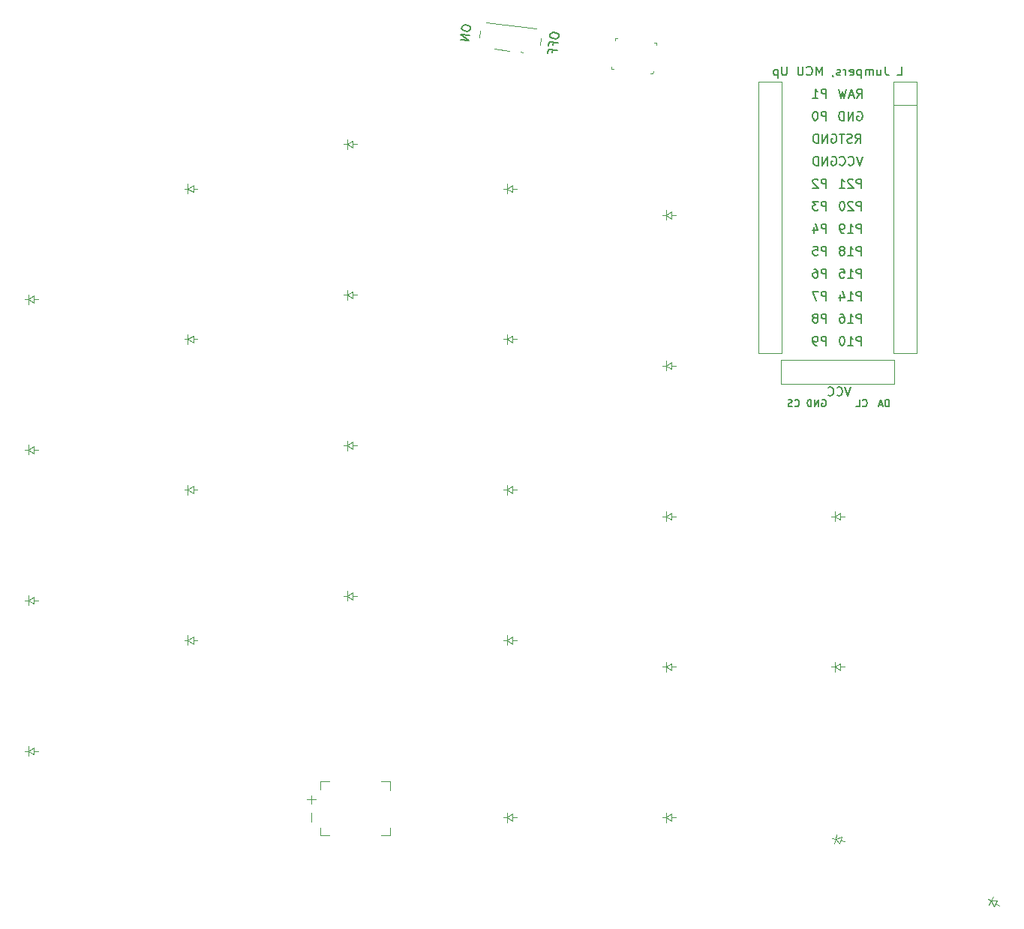
<source format=gbr>
%TF.GenerationSoftware,KiCad,Pcbnew,8.0.5-dirty*%
%TF.CreationDate,2024-10-12T09:21:06-05:00*%
%TF.ProjectId,sweeppp,73776565-7070-4702-9e6b-696361645f70,v1.0.0*%
%TF.SameCoordinates,Original*%
%TF.FileFunction,Legend,Bot*%
%TF.FilePolarity,Positive*%
%FSLAX46Y46*%
G04 Gerber Fmt 4.6, Leading zero omitted, Abs format (unit mm)*
G04 Created by KiCad (PCBNEW 8.0.5-dirty) date 2024-10-12 09:21:06*
%MOMM*%
%LPD*%
G01*
G04 APERTURE LIST*
%ADD10C,0.150000*%
%ADD11C,0.100000*%
%ADD12C,0.120000*%
G04 APERTURE END LIST*
D10*
X187292019Y-38265393D02*
X187292019Y-37265393D01*
X187292019Y-37265393D02*
X186911067Y-37265393D01*
X186911067Y-37265393D02*
X186815829Y-37313012D01*
X186815829Y-37313012D02*
X186768210Y-37360631D01*
X186768210Y-37360631D02*
X186720591Y-37455869D01*
X186720591Y-37455869D02*
X186720591Y-37598726D01*
X186720591Y-37598726D02*
X186768210Y-37693964D01*
X186768210Y-37693964D02*
X186815829Y-37741583D01*
X186815829Y-37741583D02*
X186911067Y-37789202D01*
X186911067Y-37789202D02*
X187292019Y-37789202D01*
X186339638Y-37360631D02*
X186292019Y-37313012D01*
X186292019Y-37313012D02*
X186196781Y-37265393D01*
X186196781Y-37265393D02*
X185958686Y-37265393D01*
X185958686Y-37265393D02*
X185863448Y-37313012D01*
X185863448Y-37313012D02*
X185815829Y-37360631D01*
X185815829Y-37360631D02*
X185768210Y-37455869D01*
X185768210Y-37455869D02*
X185768210Y-37551107D01*
X185768210Y-37551107D02*
X185815829Y-37693964D01*
X185815829Y-37693964D02*
X186387257Y-38265393D01*
X186387257Y-38265393D02*
X185768210Y-38265393D01*
X190805829Y-29693012D02*
X190901067Y-29645393D01*
X190901067Y-29645393D02*
X191043924Y-29645393D01*
X191043924Y-29645393D02*
X191186781Y-29693012D01*
X191186781Y-29693012D02*
X191282019Y-29788250D01*
X191282019Y-29788250D02*
X191329638Y-29883488D01*
X191329638Y-29883488D02*
X191377257Y-30073964D01*
X191377257Y-30073964D02*
X191377257Y-30216821D01*
X191377257Y-30216821D02*
X191329638Y-30407297D01*
X191329638Y-30407297D02*
X191282019Y-30502535D01*
X191282019Y-30502535D02*
X191186781Y-30597774D01*
X191186781Y-30597774D02*
X191043924Y-30645393D01*
X191043924Y-30645393D02*
X190948686Y-30645393D01*
X190948686Y-30645393D02*
X190805829Y-30597774D01*
X190805829Y-30597774D02*
X190758210Y-30550154D01*
X190758210Y-30550154D02*
X190758210Y-30216821D01*
X190758210Y-30216821D02*
X190948686Y-30216821D01*
X190329638Y-30645393D02*
X190329638Y-29645393D01*
X190329638Y-29645393D02*
X189758210Y-30645393D01*
X189758210Y-30645393D02*
X189758210Y-29645393D01*
X189282019Y-30645393D02*
X189282019Y-29645393D01*
X189282019Y-29645393D02*
X189043924Y-29645393D01*
X189043924Y-29645393D02*
X188901067Y-29693012D01*
X188901067Y-29693012D02*
X188805829Y-29788250D01*
X188805829Y-29788250D02*
X188758210Y-29883488D01*
X188758210Y-29883488D02*
X188710591Y-30073964D01*
X188710591Y-30073964D02*
X188710591Y-30216821D01*
X188710591Y-30216821D02*
X188758210Y-30407297D01*
X188758210Y-30407297D02*
X188805829Y-30502535D01*
X188805829Y-30502535D02*
X188901067Y-30597774D01*
X188901067Y-30597774D02*
X189043924Y-30645393D01*
X189043924Y-30645393D02*
X189282019Y-30645393D01*
X187905830Y-34773010D02*
X188001068Y-34725391D01*
X188001068Y-34725391D02*
X188143925Y-34725391D01*
X188143925Y-34725391D02*
X188286782Y-34773010D01*
X188286782Y-34773010D02*
X188382020Y-34868248D01*
X188382020Y-34868248D02*
X188429639Y-34963486D01*
X188429639Y-34963486D02*
X188477258Y-35153962D01*
X188477258Y-35153962D02*
X188477258Y-35296819D01*
X188477258Y-35296819D02*
X188429639Y-35487295D01*
X188429639Y-35487295D02*
X188382020Y-35582533D01*
X188382020Y-35582533D02*
X188286782Y-35677772D01*
X188286782Y-35677772D02*
X188143925Y-35725391D01*
X188143925Y-35725391D02*
X188048687Y-35725391D01*
X188048687Y-35725391D02*
X187905830Y-35677772D01*
X187905830Y-35677772D02*
X187858211Y-35630152D01*
X187858211Y-35630152D02*
X187858211Y-35296819D01*
X187858211Y-35296819D02*
X188048687Y-35296819D01*
X187429639Y-35725391D02*
X187429639Y-34725391D01*
X187429639Y-34725391D02*
X186858211Y-35725391D01*
X186858211Y-35725391D02*
X186858211Y-34725391D01*
X186382020Y-35725391D02*
X186382020Y-34725391D01*
X186382020Y-34725391D02*
X186143925Y-34725391D01*
X186143925Y-34725391D02*
X186001068Y-34773010D01*
X186001068Y-34773010D02*
X185905830Y-34868248D01*
X185905830Y-34868248D02*
X185858211Y-34963486D01*
X185858211Y-34963486D02*
X185810592Y-35153962D01*
X185810592Y-35153962D02*
X185810592Y-35296819D01*
X185810592Y-35296819D02*
X185858211Y-35487295D01*
X185858211Y-35487295D02*
X185905830Y-35582533D01*
X185905830Y-35582533D02*
X186001068Y-35677772D01*
X186001068Y-35677772D02*
X186143925Y-35725391D01*
X186143925Y-35725391D02*
X186382020Y-35725391D01*
X187292019Y-56045391D02*
X187292019Y-55045391D01*
X187292019Y-55045391D02*
X186911067Y-55045391D01*
X186911067Y-55045391D02*
X186815829Y-55093010D01*
X186815829Y-55093010D02*
X186768210Y-55140629D01*
X186768210Y-55140629D02*
X186720591Y-55235867D01*
X186720591Y-55235867D02*
X186720591Y-55378724D01*
X186720591Y-55378724D02*
X186768210Y-55473962D01*
X186768210Y-55473962D02*
X186815829Y-55521581D01*
X186815829Y-55521581D02*
X186911067Y-55569200D01*
X186911067Y-55569200D02*
X187292019Y-55569200D01*
X186244400Y-56045391D02*
X186053924Y-56045391D01*
X186053924Y-56045391D02*
X185958686Y-55997772D01*
X185958686Y-55997772D02*
X185911067Y-55950152D01*
X185911067Y-55950152D02*
X185815829Y-55807295D01*
X185815829Y-55807295D02*
X185768210Y-55616819D01*
X185768210Y-55616819D02*
X185768210Y-55235867D01*
X185768210Y-55235867D02*
X185815829Y-55140629D01*
X185815829Y-55140629D02*
X185863448Y-55093010D01*
X185863448Y-55093010D02*
X185958686Y-55045391D01*
X185958686Y-55045391D02*
X186149162Y-55045391D01*
X186149162Y-55045391D02*
X186244400Y-55093010D01*
X186244400Y-55093010D02*
X186292019Y-55140629D01*
X186292019Y-55140629D02*
X186339638Y-55235867D01*
X186339638Y-55235867D02*
X186339638Y-55473962D01*
X186339638Y-55473962D02*
X186292019Y-55569200D01*
X186292019Y-55569200D02*
X186244400Y-55616819D01*
X186244400Y-55616819D02*
X186149162Y-55664438D01*
X186149162Y-55664438D02*
X185958686Y-55664438D01*
X185958686Y-55664438D02*
X185863448Y-55616819D01*
X185863448Y-55616819D02*
X185815829Y-55569200D01*
X185815829Y-55569200D02*
X185768210Y-55473962D01*
X187292019Y-28105393D02*
X187292019Y-27105393D01*
X187292019Y-27105393D02*
X186911067Y-27105393D01*
X186911067Y-27105393D02*
X186815829Y-27153012D01*
X186815829Y-27153012D02*
X186768210Y-27200631D01*
X186768210Y-27200631D02*
X186720591Y-27295869D01*
X186720591Y-27295869D02*
X186720591Y-27438726D01*
X186720591Y-27438726D02*
X186768210Y-27533964D01*
X186768210Y-27533964D02*
X186815829Y-27581583D01*
X186815829Y-27581583D02*
X186911067Y-27629202D01*
X186911067Y-27629202D02*
X187292019Y-27629202D01*
X185768210Y-28105393D02*
X186339638Y-28105393D01*
X186053924Y-28105393D02*
X186053924Y-27105393D01*
X186053924Y-27105393D02*
X186149162Y-27248250D01*
X186149162Y-27248250D02*
X186244400Y-27343488D01*
X186244400Y-27343488D02*
X186339638Y-27391107D01*
X191258210Y-43345393D02*
X191258210Y-42345393D01*
X191258210Y-42345393D02*
X190877258Y-42345393D01*
X190877258Y-42345393D02*
X190782020Y-42393012D01*
X190782020Y-42393012D02*
X190734401Y-42440631D01*
X190734401Y-42440631D02*
X190686782Y-42535869D01*
X190686782Y-42535869D02*
X190686782Y-42678726D01*
X190686782Y-42678726D02*
X190734401Y-42773964D01*
X190734401Y-42773964D02*
X190782020Y-42821583D01*
X190782020Y-42821583D02*
X190877258Y-42869202D01*
X190877258Y-42869202D02*
X191258210Y-42869202D01*
X189734401Y-43345393D02*
X190305829Y-43345393D01*
X190020115Y-43345393D02*
X190020115Y-42345393D01*
X190020115Y-42345393D02*
X190115353Y-42488250D01*
X190115353Y-42488250D02*
X190210591Y-42583488D01*
X190210591Y-42583488D02*
X190305829Y-42631107D01*
X189258210Y-43345393D02*
X189067734Y-43345393D01*
X189067734Y-43345393D02*
X188972496Y-43297774D01*
X188972496Y-43297774D02*
X188924877Y-43250154D01*
X188924877Y-43250154D02*
X188829639Y-43107297D01*
X188829639Y-43107297D02*
X188782020Y-42916821D01*
X188782020Y-42916821D02*
X188782020Y-42535869D01*
X188782020Y-42535869D02*
X188829639Y-42440631D01*
X188829639Y-42440631D02*
X188877258Y-42393012D01*
X188877258Y-42393012D02*
X188972496Y-42345393D01*
X188972496Y-42345393D02*
X189162972Y-42345393D01*
X189162972Y-42345393D02*
X189258210Y-42393012D01*
X189258210Y-42393012D02*
X189305829Y-42440631D01*
X189305829Y-42440631D02*
X189353448Y-42535869D01*
X189353448Y-42535869D02*
X189353448Y-42773964D01*
X189353448Y-42773964D02*
X189305829Y-42869202D01*
X189305829Y-42869202D02*
X189258210Y-42916821D01*
X189258210Y-42916821D02*
X189162972Y-42964440D01*
X189162972Y-42964440D02*
X188972496Y-42964440D01*
X188972496Y-42964440D02*
X188877258Y-42916821D01*
X188877258Y-42916821D02*
X188829639Y-42869202D01*
X188829639Y-42869202D02*
X188782020Y-42773964D01*
X191377257Y-34725393D02*
X191043924Y-35725393D01*
X191043924Y-35725393D02*
X190710591Y-34725393D01*
X189805829Y-35630154D02*
X189853448Y-35677774D01*
X189853448Y-35677774D02*
X189996305Y-35725393D01*
X189996305Y-35725393D02*
X190091543Y-35725393D01*
X190091543Y-35725393D02*
X190234400Y-35677774D01*
X190234400Y-35677774D02*
X190329638Y-35582535D01*
X190329638Y-35582535D02*
X190377257Y-35487297D01*
X190377257Y-35487297D02*
X190424876Y-35296821D01*
X190424876Y-35296821D02*
X190424876Y-35153964D01*
X190424876Y-35153964D02*
X190377257Y-34963488D01*
X190377257Y-34963488D02*
X190329638Y-34868250D01*
X190329638Y-34868250D02*
X190234400Y-34773012D01*
X190234400Y-34773012D02*
X190091543Y-34725393D01*
X190091543Y-34725393D02*
X189996305Y-34725393D01*
X189996305Y-34725393D02*
X189853448Y-34773012D01*
X189853448Y-34773012D02*
X189805829Y-34820631D01*
X188805829Y-35630154D02*
X188853448Y-35677774D01*
X188853448Y-35677774D02*
X188996305Y-35725393D01*
X188996305Y-35725393D02*
X189091543Y-35725393D01*
X189091543Y-35725393D02*
X189234400Y-35677774D01*
X189234400Y-35677774D02*
X189329638Y-35582535D01*
X189329638Y-35582535D02*
X189377257Y-35487297D01*
X189377257Y-35487297D02*
X189424876Y-35296821D01*
X189424876Y-35296821D02*
X189424876Y-35153964D01*
X189424876Y-35153964D02*
X189377257Y-34963488D01*
X189377257Y-34963488D02*
X189329638Y-34868250D01*
X189329638Y-34868250D02*
X189234400Y-34773012D01*
X189234400Y-34773012D02*
X189091543Y-34725393D01*
X189091543Y-34725393D02*
X188996305Y-34725393D01*
X188996305Y-34725393D02*
X188853448Y-34773012D01*
X188853448Y-34773012D02*
X188805829Y-34820631D01*
X191258210Y-40805393D02*
X191258210Y-39805393D01*
X191258210Y-39805393D02*
X190877258Y-39805393D01*
X190877258Y-39805393D02*
X190782020Y-39853012D01*
X190782020Y-39853012D02*
X190734401Y-39900631D01*
X190734401Y-39900631D02*
X190686782Y-39995869D01*
X190686782Y-39995869D02*
X190686782Y-40138726D01*
X190686782Y-40138726D02*
X190734401Y-40233964D01*
X190734401Y-40233964D02*
X190782020Y-40281583D01*
X190782020Y-40281583D02*
X190877258Y-40329202D01*
X190877258Y-40329202D02*
X191258210Y-40329202D01*
X190305829Y-39900631D02*
X190258210Y-39853012D01*
X190258210Y-39853012D02*
X190162972Y-39805393D01*
X190162972Y-39805393D02*
X189924877Y-39805393D01*
X189924877Y-39805393D02*
X189829639Y-39853012D01*
X189829639Y-39853012D02*
X189782020Y-39900631D01*
X189782020Y-39900631D02*
X189734401Y-39995869D01*
X189734401Y-39995869D02*
X189734401Y-40091107D01*
X189734401Y-40091107D02*
X189782020Y-40233964D01*
X189782020Y-40233964D02*
X190353448Y-40805393D01*
X190353448Y-40805393D02*
X189734401Y-40805393D01*
X189115353Y-39805393D02*
X189020115Y-39805393D01*
X189020115Y-39805393D02*
X188924877Y-39853012D01*
X188924877Y-39853012D02*
X188877258Y-39900631D01*
X188877258Y-39900631D02*
X188829639Y-39995869D01*
X188829639Y-39995869D02*
X188782020Y-40186345D01*
X188782020Y-40186345D02*
X188782020Y-40424440D01*
X188782020Y-40424440D02*
X188829639Y-40614916D01*
X188829639Y-40614916D02*
X188877258Y-40710154D01*
X188877258Y-40710154D02*
X188924877Y-40757774D01*
X188924877Y-40757774D02*
X189020115Y-40805393D01*
X189020115Y-40805393D02*
X189115353Y-40805393D01*
X189115353Y-40805393D02*
X189210591Y-40757774D01*
X189210591Y-40757774D02*
X189258210Y-40710154D01*
X189258210Y-40710154D02*
X189305829Y-40614916D01*
X189305829Y-40614916D02*
X189353448Y-40424440D01*
X189353448Y-40424440D02*
X189353448Y-40186345D01*
X189353448Y-40186345D02*
X189305829Y-39995869D01*
X189305829Y-39995869D02*
X189258210Y-39900631D01*
X189258210Y-39900631D02*
X189210591Y-39853012D01*
X189210591Y-39853012D02*
X189115353Y-39805393D01*
X187292019Y-53505393D02*
X187292019Y-52505393D01*
X187292019Y-52505393D02*
X186911067Y-52505393D01*
X186911067Y-52505393D02*
X186815829Y-52553012D01*
X186815829Y-52553012D02*
X186768210Y-52600631D01*
X186768210Y-52600631D02*
X186720591Y-52695869D01*
X186720591Y-52695869D02*
X186720591Y-52838726D01*
X186720591Y-52838726D02*
X186768210Y-52933964D01*
X186768210Y-52933964D02*
X186815829Y-52981583D01*
X186815829Y-52981583D02*
X186911067Y-53029202D01*
X186911067Y-53029202D02*
X187292019Y-53029202D01*
X186149162Y-52933964D02*
X186244400Y-52886345D01*
X186244400Y-52886345D02*
X186292019Y-52838726D01*
X186292019Y-52838726D02*
X186339638Y-52743488D01*
X186339638Y-52743488D02*
X186339638Y-52695869D01*
X186339638Y-52695869D02*
X186292019Y-52600631D01*
X186292019Y-52600631D02*
X186244400Y-52553012D01*
X186244400Y-52553012D02*
X186149162Y-52505393D01*
X186149162Y-52505393D02*
X185958686Y-52505393D01*
X185958686Y-52505393D02*
X185863448Y-52553012D01*
X185863448Y-52553012D02*
X185815829Y-52600631D01*
X185815829Y-52600631D02*
X185768210Y-52695869D01*
X185768210Y-52695869D02*
X185768210Y-52743488D01*
X185768210Y-52743488D02*
X185815829Y-52838726D01*
X185815829Y-52838726D02*
X185863448Y-52886345D01*
X185863448Y-52886345D02*
X185958686Y-52933964D01*
X185958686Y-52933964D02*
X186149162Y-52933964D01*
X186149162Y-52933964D02*
X186244400Y-52981583D01*
X186244400Y-52981583D02*
X186292019Y-53029202D01*
X186292019Y-53029202D02*
X186339638Y-53124440D01*
X186339638Y-53124440D02*
X186339638Y-53314916D01*
X186339638Y-53314916D02*
X186292019Y-53410154D01*
X186292019Y-53410154D02*
X186244400Y-53457774D01*
X186244400Y-53457774D02*
X186149162Y-53505393D01*
X186149162Y-53505393D02*
X185958686Y-53505393D01*
X185958686Y-53505393D02*
X185863448Y-53457774D01*
X185863448Y-53457774D02*
X185815829Y-53410154D01*
X185815829Y-53410154D02*
X185768210Y-53314916D01*
X185768210Y-53314916D02*
X185768210Y-53124440D01*
X185768210Y-53124440D02*
X185815829Y-53029202D01*
X185815829Y-53029202D02*
X185863448Y-52981583D01*
X185863448Y-52981583D02*
X185958686Y-52933964D01*
X187905829Y-32233012D02*
X188001067Y-32185393D01*
X188001067Y-32185393D02*
X188143924Y-32185393D01*
X188143924Y-32185393D02*
X188286781Y-32233012D01*
X188286781Y-32233012D02*
X188382019Y-32328250D01*
X188382019Y-32328250D02*
X188429638Y-32423488D01*
X188429638Y-32423488D02*
X188477257Y-32613964D01*
X188477257Y-32613964D02*
X188477257Y-32756821D01*
X188477257Y-32756821D02*
X188429638Y-32947297D01*
X188429638Y-32947297D02*
X188382019Y-33042535D01*
X188382019Y-33042535D02*
X188286781Y-33137774D01*
X188286781Y-33137774D02*
X188143924Y-33185393D01*
X188143924Y-33185393D02*
X188048686Y-33185393D01*
X188048686Y-33185393D02*
X187905829Y-33137774D01*
X187905829Y-33137774D02*
X187858210Y-33090154D01*
X187858210Y-33090154D02*
X187858210Y-32756821D01*
X187858210Y-32756821D02*
X188048686Y-32756821D01*
X187429638Y-33185393D02*
X187429638Y-32185393D01*
X187429638Y-32185393D02*
X186858210Y-33185393D01*
X186858210Y-33185393D02*
X186858210Y-32185393D01*
X186382019Y-33185393D02*
X186382019Y-32185393D01*
X186382019Y-32185393D02*
X186143924Y-32185393D01*
X186143924Y-32185393D02*
X186001067Y-32233012D01*
X186001067Y-32233012D02*
X185905829Y-32328250D01*
X185905829Y-32328250D02*
X185858210Y-32423488D01*
X185858210Y-32423488D02*
X185810591Y-32613964D01*
X185810591Y-32613964D02*
X185810591Y-32756821D01*
X185810591Y-32756821D02*
X185858210Y-32947297D01*
X185858210Y-32947297D02*
X185905829Y-33042535D01*
X185905829Y-33042535D02*
X186001067Y-33137774D01*
X186001067Y-33137774D02*
X186143924Y-33185393D01*
X186143924Y-33185393D02*
X186382019Y-33185393D01*
X191258210Y-48425393D02*
X191258210Y-47425393D01*
X191258210Y-47425393D02*
X190877258Y-47425393D01*
X190877258Y-47425393D02*
X190782020Y-47473012D01*
X190782020Y-47473012D02*
X190734401Y-47520631D01*
X190734401Y-47520631D02*
X190686782Y-47615869D01*
X190686782Y-47615869D02*
X190686782Y-47758726D01*
X190686782Y-47758726D02*
X190734401Y-47853964D01*
X190734401Y-47853964D02*
X190782020Y-47901583D01*
X190782020Y-47901583D02*
X190877258Y-47949202D01*
X190877258Y-47949202D02*
X191258210Y-47949202D01*
X189734401Y-48425393D02*
X190305829Y-48425393D01*
X190020115Y-48425393D02*
X190020115Y-47425393D01*
X190020115Y-47425393D02*
X190115353Y-47568250D01*
X190115353Y-47568250D02*
X190210591Y-47663488D01*
X190210591Y-47663488D02*
X190305829Y-47711107D01*
X188829639Y-47425393D02*
X189305829Y-47425393D01*
X189305829Y-47425393D02*
X189353448Y-47901583D01*
X189353448Y-47901583D02*
X189305829Y-47853964D01*
X189305829Y-47853964D02*
X189210591Y-47806345D01*
X189210591Y-47806345D02*
X188972496Y-47806345D01*
X188972496Y-47806345D02*
X188877258Y-47853964D01*
X188877258Y-47853964D02*
X188829639Y-47901583D01*
X188829639Y-47901583D02*
X188782020Y-47996821D01*
X188782020Y-47996821D02*
X188782020Y-48234916D01*
X188782020Y-48234916D02*
X188829639Y-48330154D01*
X188829639Y-48330154D02*
X188877258Y-48377774D01*
X188877258Y-48377774D02*
X188972496Y-48425393D01*
X188972496Y-48425393D02*
X189210591Y-48425393D01*
X189210591Y-48425393D02*
X189305829Y-48377774D01*
X189305829Y-48377774D02*
X189353448Y-48330154D01*
X190734402Y-28105393D02*
X191067735Y-27629202D01*
X191305830Y-28105393D02*
X191305830Y-27105393D01*
X191305830Y-27105393D02*
X190924878Y-27105393D01*
X190924878Y-27105393D02*
X190829640Y-27153012D01*
X190829640Y-27153012D02*
X190782021Y-27200631D01*
X190782021Y-27200631D02*
X190734402Y-27295869D01*
X190734402Y-27295869D02*
X190734402Y-27438726D01*
X190734402Y-27438726D02*
X190782021Y-27533964D01*
X190782021Y-27533964D02*
X190829640Y-27581583D01*
X190829640Y-27581583D02*
X190924878Y-27629202D01*
X190924878Y-27629202D02*
X191305830Y-27629202D01*
X190353449Y-27819678D02*
X189877259Y-27819678D01*
X190448687Y-28105393D02*
X190115354Y-27105393D01*
X190115354Y-27105393D02*
X189782021Y-28105393D01*
X189543925Y-27105393D02*
X189305830Y-28105393D01*
X189305830Y-28105393D02*
X189115354Y-27391107D01*
X189115354Y-27391107D02*
X188924878Y-28105393D01*
X188924878Y-28105393D02*
X188686783Y-27105393D01*
X195332020Y-25560393D02*
X195808210Y-25560393D01*
X195808210Y-25560393D02*
X195808210Y-24560393D01*
X193951067Y-24560393D02*
X193951067Y-25274678D01*
X193951067Y-25274678D02*
X193998686Y-25417535D01*
X193998686Y-25417535D02*
X194093924Y-25512774D01*
X194093924Y-25512774D02*
X194236781Y-25560393D01*
X194236781Y-25560393D02*
X194332019Y-25560393D01*
X193046305Y-24893726D02*
X193046305Y-25560393D01*
X193474876Y-24893726D02*
X193474876Y-25417535D01*
X193474876Y-25417535D02*
X193427257Y-25512774D01*
X193427257Y-25512774D02*
X193332019Y-25560393D01*
X193332019Y-25560393D02*
X193189162Y-25560393D01*
X193189162Y-25560393D02*
X193093924Y-25512774D01*
X193093924Y-25512774D02*
X193046305Y-25465154D01*
X192570114Y-25560393D02*
X192570114Y-24893726D01*
X192570114Y-24988964D02*
X192522495Y-24941345D01*
X192522495Y-24941345D02*
X192427257Y-24893726D01*
X192427257Y-24893726D02*
X192284400Y-24893726D01*
X192284400Y-24893726D02*
X192189162Y-24941345D01*
X192189162Y-24941345D02*
X192141543Y-25036583D01*
X192141543Y-25036583D02*
X192141543Y-25560393D01*
X192141543Y-25036583D02*
X192093924Y-24941345D01*
X192093924Y-24941345D02*
X191998686Y-24893726D01*
X191998686Y-24893726D02*
X191855829Y-24893726D01*
X191855829Y-24893726D02*
X191760590Y-24941345D01*
X191760590Y-24941345D02*
X191712971Y-25036583D01*
X191712971Y-25036583D02*
X191712971Y-25560393D01*
X191236781Y-24893726D02*
X191236781Y-25893726D01*
X191236781Y-24941345D02*
X191141543Y-24893726D01*
X191141543Y-24893726D02*
X190951067Y-24893726D01*
X190951067Y-24893726D02*
X190855829Y-24941345D01*
X190855829Y-24941345D02*
X190808210Y-24988964D01*
X190808210Y-24988964D02*
X190760591Y-25084202D01*
X190760591Y-25084202D02*
X190760591Y-25369916D01*
X190760591Y-25369916D02*
X190808210Y-25465154D01*
X190808210Y-25465154D02*
X190855829Y-25512774D01*
X190855829Y-25512774D02*
X190951067Y-25560393D01*
X190951067Y-25560393D02*
X191141543Y-25560393D01*
X191141543Y-25560393D02*
X191236781Y-25512774D01*
X189951067Y-25512774D02*
X190046305Y-25560393D01*
X190046305Y-25560393D02*
X190236781Y-25560393D01*
X190236781Y-25560393D02*
X190332019Y-25512774D01*
X190332019Y-25512774D02*
X190379638Y-25417535D01*
X190379638Y-25417535D02*
X190379638Y-25036583D01*
X190379638Y-25036583D02*
X190332019Y-24941345D01*
X190332019Y-24941345D02*
X190236781Y-24893726D01*
X190236781Y-24893726D02*
X190046305Y-24893726D01*
X190046305Y-24893726D02*
X189951067Y-24941345D01*
X189951067Y-24941345D02*
X189903448Y-25036583D01*
X189903448Y-25036583D02*
X189903448Y-25131821D01*
X189903448Y-25131821D02*
X190379638Y-25227059D01*
X189474876Y-25560393D02*
X189474876Y-24893726D01*
X189474876Y-25084202D02*
X189427257Y-24988964D01*
X189427257Y-24988964D02*
X189379638Y-24941345D01*
X189379638Y-24941345D02*
X189284400Y-24893726D01*
X189284400Y-24893726D02*
X189189162Y-24893726D01*
X188903447Y-25512774D02*
X188808209Y-25560393D01*
X188808209Y-25560393D02*
X188617733Y-25560393D01*
X188617733Y-25560393D02*
X188522495Y-25512774D01*
X188522495Y-25512774D02*
X188474876Y-25417535D01*
X188474876Y-25417535D02*
X188474876Y-25369916D01*
X188474876Y-25369916D02*
X188522495Y-25274678D01*
X188522495Y-25274678D02*
X188617733Y-25227059D01*
X188617733Y-25227059D02*
X188760590Y-25227059D01*
X188760590Y-25227059D02*
X188855828Y-25179440D01*
X188855828Y-25179440D02*
X188903447Y-25084202D01*
X188903447Y-25084202D02*
X188903447Y-25036583D01*
X188903447Y-25036583D02*
X188855828Y-24941345D01*
X188855828Y-24941345D02*
X188760590Y-24893726D01*
X188760590Y-24893726D02*
X188617733Y-24893726D01*
X188617733Y-24893726D02*
X188522495Y-24941345D01*
X187998685Y-25512774D02*
X187998685Y-25560393D01*
X187998685Y-25560393D02*
X188046304Y-25655631D01*
X188046304Y-25655631D02*
X188093923Y-25703250D01*
X186808209Y-25560393D02*
X186808209Y-24560393D01*
X186808209Y-24560393D02*
X186474876Y-25274678D01*
X186474876Y-25274678D02*
X186141543Y-24560393D01*
X186141543Y-24560393D02*
X186141543Y-25560393D01*
X185093924Y-25465154D02*
X185141543Y-25512774D01*
X185141543Y-25512774D02*
X185284400Y-25560393D01*
X185284400Y-25560393D02*
X185379638Y-25560393D01*
X185379638Y-25560393D02*
X185522495Y-25512774D01*
X185522495Y-25512774D02*
X185617733Y-25417535D01*
X185617733Y-25417535D02*
X185665352Y-25322297D01*
X185665352Y-25322297D02*
X185712971Y-25131821D01*
X185712971Y-25131821D02*
X185712971Y-24988964D01*
X185712971Y-24988964D02*
X185665352Y-24798488D01*
X185665352Y-24798488D02*
X185617733Y-24703250D01*
X185617733Y-24703250D02*
X185522495Y-24608012D01*
X185522495Y-24608012D02*
X185379638Y-24560393D01*
X185379638Y-24560393D02*
X185284400Y-24560393D01*
X185284400Y-24560393D02*
X185141543Y-24608012D01*
X185141543Y-24608012D02*
X185093924Y-24655631D01*
X184665352Y-24560393D02*
X184665352Y-25369916D01*
X184665352Y-25369916D02*
X184617733Y-25465154D01*
X184617733Y-25465154D02*
X184570114Y-25512774D01*
X184570114Y-25512774D02*
X184474876Y-25560393D01*
X184474876Y-25560393D02*
X184284400Y-25560393D01*
X184284400Y-25560393D02*
X184189162Y-25512774D01*
X184189162Y-25512774D02*
X184141543Y-25465154D01*
X184141543Y-25465154D02*
X184093924Y-25369916D01*
X184093924Y-25369916D02*
X184093924Y-24560393D01*
X182855828Y-24560393D02*
X182855828Y-25369916D01*
X182855828Y-25369916D02*
X182808209Y-25465154D01*
X182808209Y-25465154D02*
X182760590Y-25512774D01*
X182760590Y-25512774D02*
X182665352Y-25560393D01*
X182665352Y-25560393D02*
X182474876Y-25560393D01*
X182474876Y-25560393D02*
X182379638Y-25512774D01*
X182379638Y-25512774D02*
X182332019Y-25465154D01*
X182332019Y-25465154D02*
X182284400Y-25369916D01*
X182284400Y-25369916D02*
X182284400Y-24560393D01*
X181808209Y-24893726D02*
X181808209Y-25893726D01*
X181808209Y-24941345D02*
X181712971Y-24893726D01*
X181712971Y-24893726D02*
X181522495Y-24893726D01*
X181522495Y-24893726D02*
X181427257Y-24941345D01*
X181427257Y-24941345D02*
X181379638Y-24988964D01*
X181379638Y-24988964D02*
X181332019Y-25084202D01*
X181332019Y-25084202D02*
X181332019Y-25369916D01*
X181332019Y-25369916D02*
X181379638Y-25465154D01*
X181379638Y-25465154D02*
X181427257Y-25512774D01*
X181427257Y-25512774D02*
X181522495Y-25560393D01*
X181522495Y-25560393D02*
X181712971Y-25560393D01*
X181712971Y-25560393D02*
X181808209Y-25512774D01*
X187292019Y-43345393D02*
X187292019Y-42345393D01*
X187292019Y-42345393D02*
X186911067Y-42345393D01*
X186911067Y-42345393D02*
X186815829Y-42393012D01*
X186815829Y-42393012D02*
X186768210Y-42440631D01*
X186768210Y-42440631D02*
X186720591Y-42535869D01*
X186720591Y-42535869D02*
X186720591Y-42678726D01*
X186720591Y-42678726D02*
X186768210Y-42773964D01*
X186768210Y-42773964D02*
X186815829Y-42821583D01*
X186815829Y-42821583D02*
X186911067Y-42869202D01*
X186911067Y-42869202D02*
X187292019Y-42869202D01*
X185863448Y-42678726D02*
X185863448Y-43345393D01*
X186101543Y-42297774D02*
X186339638Y-43012059D01*
X186339638Y-43012059D02*
X185720591Y-43012059D01*
X191258210Y-50965393D02*
X191258210Y-49965393D01*
X191258210Y-49965393D02*
X190877258Y-49965393D01*
X190877258Y-49965393D02*
X190782020Y-50013012D01*
X190782020Y-50013012D02*
X190734401Y-50060631D01*
X190734401Y-50060631D02*
X190686782Y-50155869D01*
X190686782Y-50155869D02*
X190686782Y-50298726D01*
X190686782Y-50298726D02*
X190734401Y-50393964D01*
X190734401Y-50393964D02*
X190782020Y-50441583D01*
X190782020Y-50441583D02*
X190877258Y-50489202D01*
X190877258Y-50489202D02*
X191258210Y-50489202D01*
X189734401Y-50965393D02*
X190305829Y-50965393D01*
X190020115Y-50965393D02*
X190020115Y-49965393D01*
X190020115Y-49965393D02*
X190115353Y-50108250D01*
X190115353Y-50108250D02*
X190210591Y-50203488D01*
X190210591Y-50203488D02*
X190305829Y-50251107D01*
X188877258Y-50298726D02*
X188877258Y-50965393D01*
X189115353Y-49917774D02*
X189353448Y-50632059D01*
X189353448Y-50632059D02*
X188734401Y-50632059D01*
X191258210Y-38265393D02*
X191258210Y-37265393D01*
X191258210Y-37265393D02*
X190877258Y-37265393D01*
X190877258Y-37265393D02*
X190782020Y-37313012D01*
X190782020Y-37313012D02*
X190734401Y-37360631D01*
X190734401Y-37360631D02*
X190686782Y-37455869D01*
X190686782Y-37455869D02*
X190686782Y-37598726D01*
X190686782Y-37598726D02*
X190734401Y-37693964D01*
X190734401Y-37693964D02*
X190782020Y-37741583D01*
X190782020Y-37741583D02*
X190877258Y-37789202D01*
X190877258Y-37789202D02*
X191258210Y-37789202D01*
X190305829Y-37360631D02*
X190258210Y-37313012D01*
X190258210Y-37313012D02*
X190162972Y-37265393D01*
X190162972Y-37265393D02*
X189924877Y-37265393D01*
X189924877Y-37265393D02*
X189829639Y-37313012D01*
X189829639Y-37313012D02*
X189782020Y-37360631D01*
X189782020Y-37360631D02*
X189734401Y-37455869D01*
X189734401Y-37455869D02*
X189734401Y-37551107D01*
X189734401Y-37551107D02*
X189782020Y-37693964D01*
X189782020Y-37693964D02*
X190353448Y-38265393D01*
X190353448Y-38265393D02*
X189734401Y-38265393D01*
X188782020Y-38265393D02*
X189353448Y-38265393D01*
X189067734Y-38265393D02*
X189067734Y-37265393D01*
X189067734Y-37265393D02*
X189162972Y-37408250D01*
X189162972Y-37408250D02*
X189258210Y-37503488D01*
X189258210Y-37503488D02*
X189353448Y-37551107D01*
X187292019Y-30645393D02*
X187292019Y-29645393D01*
X187292019Y-29645393D02*
X186911067Y-29645393D01*
X186911067Y-29645393D02*
X186815829Y-29693012D01*
X186815829Y-29693012D02*
X186768210Y-29740631D01*
X186768210Y-29740631D02*
X186720591Y-29835869D01*
X186720591Y-29835869D02*
X186720591Y-29978726D01*
X186720591Y-29978726D02*
X186768210Y-30073964D01*
X186768210Y-30073964D02*
X186815829Y-30121583D01*
X186815829Y-30121583D02*
X186911067Y-30169202D01*
X186911067Y-30169202D02*
X187292019Y-30169202D01*
X186101543Y-29645393D02*
X186006305Y-29645393D01*
X186006305Y-29645393D02*
X185911067Y-29693012D01*
X185911067Y-29693012D02*
X185863448Y-29740631D01*
X185863448Y-29740631D02*
X185815829Y-29835869D01*
X185815829Y-29835869D02*
X185768210Y-30026345D01*
X185768210Y-30026345D02*
X185768210Y-30264440D01*
X185768210Y-30264440D02*
X185815829Y-30454916D01*
X185815829Y-30454916D02*
X185863448Y-30550154D01*
X185863448Y-30550154D02*
X185911067Y-30597774D01*
X185911067Y-30597774D02*
X186006305Y-30645393D01*
X186006305Y-30645393D02*
X186101543Y-30645393D01*
X186101543Y-30645393D02*
X186196781Y-30597774D01*
X186196781Y-30597774D02*
X186244400Y-30550154D01*
X186244400Y-30550154D02*
X186292019Y-30454916D01*
X186292019Y-30454916D02*
X186339638Y-30264440D01*
X186339638Y-30264440D02*
X186339638Y-30026345D01*
X186339638Y-30026345D02*
X186292019Y-29835869D01*
X186292019Y-29835869D02*
X186244400Y-29740631D01*
X186244400Y-29740631D02*
X186196781Y-29693012D01*
X186196781Y-29693012D02*
X186101543Y-29645393D01*
X191258210Y-56045393D02*
X191258210Y-55045393D01*
X191258210Y-55045393D02*
X190877258Y-55045393D01*
X190877258Y-55045393D02*
X190782020Y-55093012D01*
X190782020Y-55093012D02*
X190734401Y-55140631D01*
X190734401Y-55140631D02*
X190686782Y-55235869D01*
X190686782Y-55235869D02*
X190686782Y-55378726D01*
X190686782Y-55378726D02*
X190734401Y-55473964D01*
X190734401Y-55473964D02*
X190782020Y-55521583D01*
X190782020Y-55521583D02*
X190877258Y-55569202D01*
X190877258Y-55569202D02*
X191258210Y-55569202D01*
X189734401Y-56045393D02*
X190305829Y-56045393D01*
X190020115Y-56045393D02*
X190020115Y-55045393D01*
X190020115Y-55045393D02*
X190115353Y-55188250D01*
X190115353Y-55188250D02*
X190210591Y-55283488D01*
X190210591Y-55283488D02*
X190305829Y-55331107D01*
X189115353Y-55045393D02*
X189020115Y-55045393D01*
X189020115Y-55045393D02*
X188924877Y-55093012D01*
X188924877Y-55093012D02*
X188877258Y-55140631D01*
X188877258Y-55140631D02*
X188829639Y-55235869D01*
X188829639Y-55235869D02*
X188782020Y-55426345D01*
X188782020Y-55426345D02*
X188782020Y-55664440D01*
X188782020Y-55664440D02*
X188829639Y-55854916D01*
X188829639Y-55854916D02*
X188877258Y-55950154D01*
X188877258Y-55950154D02*
X188924877Y-55997774D01*
X188924877Y-55997774D02*
X189020115Y-56045393D01*
X189020115Y-56045393D02*
X189115353Y-56045393D01*
X189115353Y-56045393D02*
X189210591Y-55997774D01*
X189210591Y-55997774D02*
X189258210Y-55950154D01*
X189258210Y-55950154D02*
X189305829Y-55854916D01*
X189305829Y-55854916D02*
X189353448Y-55664440D01*
X189353448Y-55664440D02*
X189353448Y-55426345D01*
X189353448Y-55426345D02*
X189305829Y-55235869D01*
X189305829Y-55235869D02*
X189258210Y-55140631D01*
X189258210Y-55140631D02*
X189210591Y-55093012D01*
X189210591Y-55093012D02*
X189115353Y-55045393D01*
X190591544Y-33185393D02*
X190924877Y-32709202D01*
X191162972Y-33185393D02*
X191162972Y-32185393D01*
X191162972Y-32185393D02*
X190782020Y-32185393D01*
X190782020Y-32185393D02*
X190686782Y-32233012D01*
X190686782Y-32233012D02*
X190639163Y-32280631D01*
X190639163Y-32280631D02*
X190591544Y-32375869D01*
X190591544Y-32375869D02*
X190591544Y-32518726D01*
X190591544Y-32518726D02*
X190639163Y-32613964D01*
X190639163Y-32613964D02*
X190686782Y-32661583D01*
X190686782Y-32661583D02*
X190782020Y-32709202D01*
X190782020Y-32709202D02*
X191162972Y-32709202D01*
X190210591Y-33137774D02*
X190067734Y-33185393D01*
X190067734Y-33185393D02*
X189829639Y-33185393D01*
X189829639Y-33185393D02*
X189734401Y-33137774D01*
X189734401Y-33137774D02*
X189686782Y-33090154D01*
X189686782Y-33090154D02*
X189639163Y-32994916D01*
X189639163Y-32994916D02*
X189639163Y-32899678D01*
X189639163Y-32899678D02*
X189686782Y-32804440D01*
X189686782Y-32804440D02*
X189734401Y-32756821D01*
X189734401Y-32756821D02*
X189829639Y-32709202D01*
X189829639Y-32709202D02*
X190020115Y-32661583D01*
X190020115Y-32661583D02*
X190115353Y-32613964D01*
X190115353Y-32613964D02*
X190162972Y-32566345D01*
X190162972Y-32566345D02*
X190210591Y-32471107D01*
X190210591Y-32471107D02*
X190210591Y-32375869D01*
X190210591Y-32375869D02*
X190162972Y-32280631D01*
X190162972Y-32280631D02*
X190115353Y-32233012D01*
X190115353Y-32233012D02*
X190020115Y-32185393D01*
X190020115Y-32185393D02*
X189782020Y-32185393D01*
X189782020Y-32185393D02*
X189639163Y-32233012D01*
X189353448Y-32185393D02*
X188782020Y-32185393D01*
X189067734Y-33185393D02*
X189067734Y-32185393D01*
X187292019Y-45885393D02*
X187292019Y-44885393D01*
X187292019Y-44885393D02*
X186911067Y-44885393D01*
X186911067Y-44885393D02*
X186815829Y-44933012D01*
X186815829Y-44933012D02*
X186768210Y-44980631D01*
X186768210Y-44980631D02*
X186720591Y-45075869D01*
X186720591Y-45075869D02*
X186720591Y-45218726D01*
X186720591Y-45218726D02*
X186768210Y-45313964D01*
X186768210Y-45313964D02*
X186815829Y-45361583D01*
X186815829Y-45361583D02*
X186911067Y-45409202D01*
X186911067Y-45409202D02*
X187292019Y-45409202D01*
X185815829Y-44885393D02*
X186292019Y-44885393D01*
X186292019Y-44885393D02*
X186339638Y-45361583D01*
X186339638Y-45361583D02*
X186292019Y-45313964D01*
X186292019Y-45313964D02*
X186196781Y-45266345D01*
X186196781Y-45266345D02*
X185958686Y-45266345D01*
X185958686Y-45266345D02*
X185863448Y-45313964D01*
X185863448Y-45313964D02*
X185815829Y-45361583D01*
X185815829Y-45361583D02*
X185768210Y-45456821D01*
X185768210Y-45456821D02*
X185768210Y-45694916D01*
X185768210Y-45694916D02*
X185815829Y-45790154D01*
X185815829Y-45790154D02*
X185863448Y-45837774D01*
X185863448Y-45837774D02*
X185958686Y-45885393D01*
X185958686Y-45885393D02*
X186196781Y-45885393D01*
X186196781Y-45885393D02*
X186292019Y-45837774D01*
X186292019Y-45837774D02*
X186339638Y-45790154D01*
X191258209Y-45885395D02*
X191258209Y-44885395D01*
X191258209Y-44885395D02*
X190877257Y-44885395D01*
X190877257Y-44885395D02*
X190782019Y-44933014D01*
X190782019Y-44933014D02*
X190734400Y-44980633D01*
X190734400Y-44980633D02*
X190686781Y-45075871D01*
X190686781Y-45075871D02*
X190686781Y-45218728D01*
X190686781Y-45218728D02*
X190734400Y-45313966D01*
X190734400Y-45313966D02*
X190782019Y-45361585D01*
X190782019Y-45361585D02*
X190877257Y-45409204D01*
X190877257Y-45409204D02*
X191258209Y-45409204D01*
X189734400Y-45885395D02*
X190305828Y-45885395D01*
X190020114Y-45885395D02*
X190020114Y-44885395D01*
X190020114Y-44885395D02*
X190115352Y-45028252D01*
X190115352Y-45028252D02*
X190210590Y-45123490D01*
X190210590Y-45123490D02*
X190305828Y-45171109D01*
X189162971Y-45313966D02*
X189258209Y-45266347D01*
X189258209Y-45266347D02*
X189305828Y-45218728D01*
X189305828Y-45218728D02*
X189353447Y-45123490D01*
X189353447Y-45123490D02*
X189353447Y-45075871D01*
X189353447Y-45075871D02*
X189305828Y-44980633D01*
X189305828Y-44980633D02*
X189258209Y-44933014D01*
X189258209Y-44933014D02*
X189162971Y-44885395D01*
X189162971Y-44885395D02*
X188972495Y-44885395D01*
X188972495Y-44885395D02*
X188877257Y-44933014D01*
X188877257Y-44933014D02*
X188829638Y-44980633D01*
X188829638Y-44980633D02*
X188782019Y-45075871D01*
X188782019Y-45075871D02*
X188782019Y-45123490D01*
X188782019Y-45123490D02*
X188829638Y-45218728D01*
X188829638Y-45218728D02*
X188877257Y-45266347D01*
X188877257Y-45266347D02*
X188972495Y-45313966D01*
X188972495Y-45313966D02*
X189162971Y-45313966D01*
X189162971Y-45313966D02*
X189258209Y-45361585D01*
X189258209Y-45361585D02*
X189305828Y-45409204D01*
X189305828Y-45409204D02*
X189353447Y-45504442D01*
X189353447Y-45504442D02*
X189353447Y-45694918D01*
X189353447Y-45694918D02*
X189305828Y-45790156D01*
X189305828Y-45790156D02*
X189258209Y-45837776D01*
X189258209Y-45837776D02*
X189162971Y-45885395D01*
X189162971Y-45885395D02*
X188972495Y-45885395D01*
X188972495Y-45885395D02*
X188877257Y-45837776D01*
X188877257Y-45837776D02*
X188829638Y-45790156D01*
X188829638Y-45790156D02*
X188782019Y-45694918D01*
X188782019Y-45694918D02*
X188782019Y-45504442D01*
X188782019Y-45504442D02*
X188829638Y-45409204D01*
X188829638Y-45409204D02*
X188877257Y-45361585D01*
X188877257Y-45361585D02*
X188972495Y-45313966D01*
X187292019Y-40805393D02*
X187292019Y-39805393D01*
X187292019Y-39805393D02*
X186911067Y-39805393D01*
X186911067Y-39805393D02*
X186815829Y-39853012D01*
X186815829Y-39853012D02*
X186768210Y-39900631D01*
X186768210Y-39900631D02*
X186720591Y-39995869D01*
X186720591Y-39995869D02*
X186720591Y-40138726D01*
X186720591Y-40138726D02*
X186768210Y-40233964D01*
X186768210Y-40233964D02*
X186815829Y-40281583D01*
X186815829Y-40281583D02*
X186911067Y-40329202D01*
X186911067Y-40329202D02*
X187292019Y-40329202D01*
X186387257Y-39805393D02*
X185768210Y-39805393D01*
X185768210Y-39805393D02*
X186101543Y-40186345D01*
X186101543Y-40186345D02*
X185958686Y-40186345D01*
X185958686Y-40186345D02*
X185863448Y-40233964D01*
X185863448Y-40233964D02*
X185815829Y-40281583D01*
X185815829Y-40281583D02*
X185768210Y-40376821D01*
X185768210Y-40376821D02*
X185768210Y-40614916D01*
X185768210Y-40614916D02*
X185815829Y-40710154D01*
X185815829Y-40710154D02*
X185863448Y-40757774D01*
X185863448Y-40757774D02*
X185958686Y-40805393D01*
X185958686Y-40805393D02*
X186244400Y-40805393D01*
X186244400Y-40805393D02*
X186339638Y-40757774D01*
X186339638Y-40757774D02*
X186387257Y-40710154D01*
X187292018Y-48425393D02*
X187292018Y-47425393D01*
X187292018Y-47425393D02*
X186911066Y-47425393D01*
X186911066Y-47425393D02*
X186815828Y-47473012D01*
X186815828Y-47473012D02*
X186768209Y-47520631D01*
X186768209Y-47520631D02*
X186720590Y-47615869D01*
X186720590Y-47615869D02*
X186720590Y-47758726D01*
X186720590Y-47758726D02*
X186768209Y-47853964D01*
X186768209Y-47853964D02*
X186815828Y-47901583D01*
X186815828Y-47901583D02*
X186911066Y-47949202D01*
X186911066Y-47949202D02*
X187292018Y-47949202D01*
X185863447Y-47425393D02*
X186053923Y-47425393D01*
X186053923Y-47425393D02*
X186149161Y-47473012D01*
X186149161Y-47473012D02*
X186196780Y-47520631D01*
X186196780Y-47520631D02*
X186292018Y-47663488D01*
X186292018Y-47663488D02*
X186339637Y-47853964D01*
X186339637Y-47853964D02*
X186339637Y-48234916D01*
X186339637Y-48234916D02*
X186292018Y-48330154D01*
X186292018Y-48330154D02*
X186244399Y-48377774D01*
X186244399Y-48377774D02*
X186149161Y-48425393D01*
X186149161Y-48425393D02*
X185958685Y-48425393D01*
X185958685Y-48425393D02*
X185863447Y-48377774D01*
X185863447Y-48377774D02*
X185815828Y-48330154D01*
X185815828Y-48330154D02*
X185768209Y-48234916D01*
X185768209Y-48234916D02*
X185768209Y-47996821D01*
X185768209Y-47996821D02*
X185815828Y-47901583D01*
X185815828Y-47901583D02*
X185863447Y-47853964D01*
X185863447Y-47853964D02*
X185958685Y-47806345D01*
X185958685Y-47806345D02*
X186149161Y-47806345D01*
X186149161Y-47806345D02*
X186244399Y-47853964D01*
X186244399Y-47853964D02*
X186292018Y-47901583D01*
X186292018Y-47901583D02*
X186339637Y-47996821D01*
X191258211Y-53505393D02*
X191258211Y-52505393D01*
X191258211Y-52505393D02*
X190877259Y-52505393D01*
X190877259Y-52505393D02*
X190782021Y-52553012D01*
X190782021Y-52553012D02*
X190734402Y-52600631D01*
X190734402Y-52600631D02*
X190686783Y-52695869D01*
X190686783Y-52695869D02*
X190686783Y-52838726D01*
X190686783Y-52838726D02*
X190734402Y-52933964D01*
X190734402Y-52933964D02*
X190782021Y-52981583D01*
X190782021Y-52981583D02*
X190877259Y-53029202D01*
X190877259Y-53029202D02*
X191258211Y-53029202D01*
X189734402Y-53505393D02*
X190305830Y-53505393D01*
X190020116Y-53505393D02*
X190020116Y-52505393D01*
X190020116Y-52505393D02*
X190115354Y-52648250D01*
X190115354Y-52648250D02*
X190210592Y-52743488D01*
X190210592Y-52743488D02*
X190305830Y-52791107D01*
X188877259Y-52505393D02*
X189067735Y-52505393D01*
X189067735Y-52505393D02*
X189162973Y-52553012D01*
X189162973Y-52553012D02*
X189210592Y-52600631D01*
X189210592Y-52600631D02*
X189305830Y-52743488D01*
X189305830Y-52743488D02*
X189353449Y-52933964D01*
X189353449Y-52933964D02*
X189353449Y-53314916D01*
X189353449Y-53314916D02*
X189305830Y-53410154D01*
X189305830Y-53410154D02*
X189258211Y-53457774D01*
X189258211Y-53457774D02*
X189162973Y-53505393D01*
X189162973Y-53505393D02*
X188972497Y-53505393D01*
X188972497Y-53505393D02*
X188877259Y-53457774D01*
X188877259Y-53457774D02*
X188829640Y-53410154D01*
X188829640Y-53410154D02*
X188782021Y-53314916D01*
X188782021Y-53314916D02*
X188782021Y-53076821D01*
X188782021Y-53076821D02*
X188829640Y-52981583D01*
X188829640Y-52981583D02*
X188877259Y-52933964D01*
X188877259Y-52933964D02*
X188972497Y-52886345D01*
X188972497Y-52886345D02*
X189162973Y-52886345D01*
X189162973Y-52886345D02*
X189258211Y-52933964D01*
X189258211Y-52933964D02*
X189305830Y-52981583D01*
X189305830Y-52981583D02*
X189353449Y-53076821D01*
X187292020Y-50965392D02*
X187292020Y-49965392D01*
X187292020Y-49965392D02*
X186911068Y-49965392D01*
X186911068Y-49965392D02*
X186815830Y-50013011D01*
X186815830Y-50013011D02*
X186768211Y-50060630D01*
X186768211Y-50060630D02*
X186720592Y-50155868D01*
X186720592Y-50155868D02*
X186720592Y-50298725D01*
X186720592Y-50298725D02*
X186768211Y-50393963D01*
X186768211Y-50393963D02*
X186815830Y-50441582D01*
X186815830Y-50441582D02*
X186911068Y-50489201D01*
X186911068Y-50489201D02*
X187292020Y-50489201D01*
X186387258Y-49965392D02*
X185720592Y-49965392D01*
X185720592Y-49965392D02*
X186149163Y-50965392D01*
X190077260Y-60755392D02*
X189743927Y-61755392D01*
X189743927Y-61755392D02*
X189410594Y-60755392D01*
X188505832Y-61660153D02*
X188553451Y-61707773D01*
X188553451Y-61707773D02*
X188696308Y-61755392D01*
X188696308Y-61755392D02*
X188791546Y-61755392D01*
X188791546Y-61755392D02*
X188934403Y-61707773D01*
X188934403Y-61707773D02*
X189029641Y-61612534D01*
X189029641Y-61612534D02*
X189077260Y-61517296D01*
X189077260Y-61517296D02*
X189124879Y-61326820D01*
X189124879Y-61326820D02*
X189124879Y-61183963D01*
X189124879Y-61183963D02*
X189077260Y-60993487D01*
X189077260Y-60993487D02*
X189029641Y-60898249D01*
X189029641Y-60898249D02*
X188934403Y-60803011D01*
X188934403Y-60803011D02*
X188791546Y-60755392D01*
X188791546Y-60755392D02*
X188696308Y-60755392D01*
X188696308Y-60755392D02*
X188553451Y-60803011D01*
X188553451Y-60803011D02*
X188505832Y-60850630D01*
X187505832Y-61660153D02*
X187553451Y-61707773D01*
X187553451Y-61707773D02*
X187696308Y-61755392D01*
X187696308Y-61755392D02*
X187791546Y-61755392D01*
X187791546Y-61755392D02*
X187934403Y-61707773D01*
X187934403Y-61707773D02*
X188029641Y-61612534D01*
X188029641Y-61612534D02*
X188077260Y-61517296D01*
X188077260Y-61517296D02*
X188124879Y-61326820D01*
X188124879Y-61326820D02*
X188124879Y-61183963D01*
X188124879Y-61183963D02*
X188077260Y-60993487D01*
X188077260Y-60993487D02*
X188029641Y-60898249D01*
X188029641Y-60898249D02*
X187934403Y-60803011D01*
X187934403Y-60803011D02*
X187791546Y-60755392D01*
X187791546Y-60755392D02*
X187696308Y-60755392D01*
X187696308Y-60755392D02*
X187553451Y-60803011D01*
X187553451Y-60803011D02*
X187505832Y-60850630D01*
X183747260Y-62886104D02*
X183785356Y-62924200D01*
X183785356Y-62924200D02*
X183899641Y-62962295D01*
X183899641Y-62962295D02*
X183975832Y-62962295D01*
X183975832Y-62962295D02*
X184090118Y-62924200D01*
X184090118Y-62924200D02*
X184166308Y-62848009D01*
X184166308Y-62848009D02*
X184204403Y-62771819D01*
X184204403Y-62771819D02*
X184242499Y-62619438D01*
X184242499Y-62619438D02*
X184242499Y-62505152D01*
X184242499Y-62505152D02*
X184204403Y-62352771D01*
X184204403Y-62352771D02*
X184166308Y-62276580D01*
X184166308Y-62276580D02*
X184090118Y-62200390D01*
X184090118Y-62200390D02*
X183975832Y-62162295D01*
X183975832Y-62162295D02*
X183899641Y-62162295D01*
X183899641Y-62162295D02*
X183785356Y-62200390D01*
X183785356Y-62200390D02*
X183747260Y-62238485D01*
X183442499Y-62924200D02*
X183328213Y-62962295D01*
X183328213Y-62962295D02*
X183137737Y-62962295D01*
X183137737Y-62962295D02*
X183061546Y-62924200D01*
X183061546Y-62924200D02*
X183023451Y-62886104D01*
X183023451Y-62886104D02*
X182985356Y-62809914D01*
X182985356Y-62809914D02*
X182985356Y-62733723D01*
X182985356Y-62733723D02*
X183023451Y-62657533D01*
X183023451Y-62657533D02*
X183061546Y-62619438D01*
X183061546Y-62619438D02*
X183137737Y-62581342D01*
X183137737Y-62581342D02*
X183290118Y-62543247D01*
X183290118Y-62543247D02*
X183366308Y-62505152D01*
X183366308Y-62505152D02*
X183404403Y-62467057D01*
X183404403Y-62467057D02*
X183442499Y-62390866D01*
X183442499Y-62390866D02*
X183442499Y-62314676D01*
X183442499Y-62314676D02*
X183404403Y-62238485D01*
X183404403Y-62238485D02*
X183366308Y-62200390D01*
X183366308Y-62200390D02*
X183290118Y-62162295D01*
X183290118Y-62162295D02*
X183099641Y-62162295D01*
X183099641Y-62162295D02*
X182985356Y-62200390D01*
X186823451Y-62200390D02*
X186899641Y-62162295D01*
X186899641Y-62162295D02*
X187013927Y-62162295D01*
X187013927Y-62162295D02*
X187128213Y-62200390D01*
X187128213Y-62200390D02*
X187204403Y-62276580D01*
X187204403Y-62276580D02*
X187242498Y-62352771D01*
X187242498Y-62352771D02*
X187280594Y-62505152D01*
X187280594Y-62505152D02*
X187280594Y-62619438D01*
X187280594Y-62619438D02*
X187242498Y-62771819D01*
X187242498Y-62771819D02*
X187204403Y-62848009D01*
X187204403Y-62848009D02*
X187128213Y-62924200D01*
X187128213Y-62924200D02*
X187013927Y-62962295D01*
X187013927Y-62962295D02*
X186937736Y-62962295D01*
X186937736Y-62962295D02*
X186823451Y-62924200D01*
X186823451Y-62924200D02*
X186785355Y-62886104D01*
X186785355Y-62886104D02*
X186785355Y-62619438D01*
X186785355Y-62619438D02*
X186937736Y-62619438D01*
X186442498Y-62962295D02*
X186442498Y-62162295D01*
X186442498Y-62162295D02*
X185985355Y-62962295D01*
X185985355Y-62962295D02*
X185985355Y-62162295D01*
X185604403Y-62962295D02*
X185604403Y-62162295D01*
X185604403Y-62162295D02*
X185413927Y-62162295D01*
X185413927Y-62162295D02*
X185299641Y-62200390D01*
X185299641Y-62200390D02*
X185223451Y-62276580D01*
X185223451Y-62276580D02*
X185185356Y-62352771D01*
X185185356Y-62352771D02*
X185147260Y-62505152D01*
X185147260Y-62505152D02*
X185147260Y-62619438D01*
X185147260Y-62619438D02*
X185185356Y-62771819D01*
X185185356Y-62771819D02*
X185223451Y-62848009D01*
X185223451Y-62848009D02*
X185299641Y-62924200D01*
X185299641Y-62924200D02*
X185413927Y-62962295D01*
X185413927Y-62962295D02*
X185604403Y-62962295D01*
X191390117Y-62886104D02*
X191428213Y-62924200D01*
X191428213Y-62924200D02*
X191542498Y-62962295D01*
X191542498Y-62962295D02*
X191618689Y-62962295D01*
X191618689Y-62962295D02*
X191732975Y-62924200D01*
X191732975Y-62924200D02*
X191809165Y-62848009D01*
X191809165Y-62848009D02*
X191847260Y-62771819D01*
X191847260Y-62771819D02*
X191885356Y-62619438D01*
X191885356Y-62619438D02*
X191885356Y-62505152D01*
X191885356Y-62505152D02*
X191847260Y-62352771D01*
X191847260Y-62352771D02*
X191809165Y-62276580D01*
X191809165Y-62276580D02*
X191732975Y-62200390D01*
X191732975Y-62200390D02*
X191618689Y-62162295D01*
X191618689Y-62162295D02*
X191542498Y-62162295D01*
X191542498Y-62162295D02*
X191428213Y-62200390D01*
X191428213Y-62200390D02*
X191390117Y-62238485D01*
X190666308Y-62962295D02*
X191047260Y-62962295D01*
X191047260Y-62962295D02*
X191047260Y-62162295D01*
X194366308Y-62962294D02*
X194366308Y-62162294D01*
X194366308Y-62162294D02*
X194175832Y-62162294D01*
X194175832Y-62162294D02*
X194061546Y-62200389D01*
X194061546Y-62200389D02*
X193985356Y-62276579D01*
X193985356Y-62276579D02*
X193947261Y-62352770D01*
X193947261Y-62352770D02*
X193909165Y-62505151D01*
X193909165Y-62505151D02*
X193909165Y-62619437D01*
X193909165Y-62619437D02*
X193947261Y-62771818D01*
X193947261Y-62771818D02*
X193985356Y-62848008D01*
X193985356Y-62848008D02*
X194061546Y-62924199D01*
X194061546Y-62924199D02*
X194175832Y-62962294D01*
X194175832Y-62962294D02*
X194366308Y-62962294D01*
X193604404Y-62733722D02*
X193223451Y-62733722D01*
X193680594Y-62962294D02*
X193413927Y-62162294D01*
X193413927Y-62162294D02*
X193147261Y-62962294D01*
X156129436Y-20924447D02*
X156107213Y-21113623D01*
X156107213Y-21113623D02*
X156143395Y-21213766D01*
X156143395Y-21213766D02*
X156226871Y-21319465D01*
X156226871Y-21319465D02*
X156410491Y-21388982D01*
X156410491Y-21388982D02*
X156741548Y-21427872D01*
X156741548Y-21427872D02*
X156936279Y-21402802D01*
X156936279Y-21402802D02*
X157041978Y-21319325D01*
X157041978Y-21319325D02*
X157100383Y-21230294D01*
X157100383Y-21230294D02*
X157122606Y-21041118D01*
X157122606Y-21041118D02*
X157086424Y-20940975D01*
X157086424Y-20940975D02*
X157002948Y-20835276D01*
X157002948Y-20835276D02*
X156819328Y-20765759D01*
X156819328Y-20765759D02*
X156488271Y-20726868D01*
X156488271Y-20726868D02*
X156293540Y-20751939D01*
X156293540Y-20751939D02*
X156187841Y-20835415D01*
X156187841Y-20835415D02*
X156129436Y-20924447D01*
X156463480Y-22162351D02*
X156502371Y-21831294D01*
X157022603Y-21892407D02*
X156029432Y-21775736D01*
X156029432Y-21775736D02*
X155973875Y-22248675D01*
X156363477Y-23013640D02*
X156402367Y-22682583D01*
X156922599Y-22743696D02*
X155929429Y-22627026D01*
X155929429Y-22627026D02*
X155873871Y-23099964D01*
X146158840Y-20088796D02*
X146136617Y-20277971D01*
X146136617Y-20277971D02*
X146172799Y-20378115D01*
X146172799Y-20378115D02*
X146256275Y-20483814D01*
X146256275Y-20483814D02*
X146439895Y-20553331D01*
X146439895Y-20553331D02*
X146770952Y-20592221D01*
X146770952Y-20592221D02*
X146965683Y-20567150D01*
X146965683Y-20567150D02*
X147071382Y-20483674D01*
X147071382Y-20483674D02*
X147129787Y-20394642D01*
X147129787Y-20394642D02*
X147152010Y-20205467D01*
X147152010Y-20205467D02*
X147115828Y-20105323D01*
X147115828Y-20105323D02*
X147032352Y-19999624D01*
X147032352Y-19999624D02*
X146848732Y-19930107D01*
X146848732Y-19930107D02*
X146517675Y-19891217D01*
X146517675Y-19891217D02*
X146322944Y-19916288D01*
X146322944Y-19916288D02*
X146217245Y-19999764D01*
X146217245Y-19999764D02*
X146158840Y-20088796D01*
X147052007Y-21056756D02*
X146058836Y-20940085D01*
X146058836Y-20940085D02*
X146985338Y-21624282D01*
X146985338Y-21624282D02*
X145992167Y-21507611D01*
D11*
%TO.C,D18*%
X168843928Y-75350574D02*
X169243928Y-75350574D01*
X169243928Y-75350574D02*
X169243928Y-74800572D01*
X169243928Y-75350574D02*
X169243928Y-75900575D01*
X169243928Y-75350574D02*
X169843928Y-74950574D01*
X169843928Y-74950574D02*
X169843928Y-75750574D01*
X169843928Y-75350574D02*
X170343928Y-75350574D01*
X169843928Y-75750574D02*
X169243928Y-75350574D01*
%TO.C,D25*%
X187955527Y-111694399D02*
X188341897Y-111797926D01*
X188341897Y-111797926D02*
X188199546Y-112329187D01*
X188341897Y-111797926D02*
X188484248Y-111266665D01*
X188341897Y-111797926D02*
X189024980Y-111566847D01*
X188817925Y-112339588D02*
X188341897Y-111797926D01*
X188921452Y-111953218D02*
X189404415Y-112082627D01*
X189024980Y-111566847D02*
X188817925Y-112339588D01*
%TO.C,D17*%
X168843927Y-92350575D02*
X169243927Y-92350575D01*
X169243927Y-92350575D02*
X169243927Y-91800573D01*
X169243927Y-92350575D02*
X169243927Y-92900576D01*
X169243927Y-92350575D02*
X169843927Y-91950575D01*
X169843927Y-91950575D02*
X169843927Y-92750575D01*
X169843927Y-92350575D02*
X170343927Y-92350575D01*
X169843927Y-92750575D02*
X169243927Y-92350575D01*
%TO.C,D26*%
X205527227Y-118562521D02*
X205873638Y-118762521D01*
X205873638Y-118762521D02*
X205598637Y-119238836D01*
X205873638Y-118762521D02*
X206148637Y-118286207D01*
X205873638Y-118762521D02*
X206593252Y-118716111D01*
X206193252Y-119408931D02*
X205873638Y-118762521D01*
X206393252Y-119062521D02*
X206826265Y-119312521D01*
X206593252Y-118716111D02*
X206193252Y-119408931D01*
%TO.C,D21*%
X187843929Y-92350575D02*
X188243929Y-92350575D01*
X188243929Y-92350575D02*
X188243929Y-91800573D01*
X188243929Y-92350575D02*
X188243929Y-92900576D01*
X188243929Y-92350575D02*
X188843929Y-91950575D01*
X188843929Y-91950575D02*
X188843929Y-92750575D01*
X188843929Y-92350575D02*
X189343929Y-92350575D01*
X188843929Y-92750575D02*
X188243929Y-92350575D01*
%TO.C,D8*%
X114843927Y-38350575D02*
X115243927Y-38350575D01*
X115243927Y-38350575D02*
X115243927Y-37800573D01*
X115243927Y-38350575D02*
X115243927Y-38900576D01*
X115243927Y-38350575D02*
X115843927Y-37950575D01*
X115843927Y-37950575D02*
X115843927Y-38750575D01*
X115843927Y-38350575D02*
X116343927Y-38350575D01*
X115843927Y-38750575D02*
X115243927Y-38350575D01*
%TO.C,D11*%
X132843928Y-50350576D02*
X133243928Y-50350576D01*
X133243928Y-50350576D02*
X133243928Y-49800574D01*
X133243928Y-50350576D02*
X133243928Y-50900577D01*
X133243928Y-50350576D02*
X133843928Y-49950576D01*
X133843928Y-49950576D02*
X133843928Y-50750576D01*
X133843928Y-50350576D02*
X134343928Y-50350576D01*
X133843928Y-50750576D02*
X133243928Y-50350576D01*
D12*
%TO.C,MCU1*%
X179643925Y-26320574D02*
X179643925Y-56920574D01*
X182303925Y-26320573D02*
X179643925Y-26320574D01*
X182303925Y-26320573D02*
X182303925Y-56920574D01*
X182303925Y-56920574D02*
X179643925Y-56920574D01*
X194883925Y-26320573D02*
X194883924Y-56920574D01*
X197543925Y-26320574D02*
X194883925Y-26320573D01*
X197543925Y-26320574D02*
X197543927Y-56920574D01*
X197543925Y-28920574D02*
X194883925Y-28920574D01*
X197543927Y-56920574D02*
X194883924Y-56920574D01*
D11*
%TO.C,D1*%
X96843927Y-101850575D02*
X97243927Y-101850575D01*
X97243927Y-101850575D02*
X97243927Y-101300573D01*
X97243927Y-101850575D02*
X97243927Y-102400576D01*
X97243927Y-101850575D02*
X97843927Y-101450575D01*
X97843927Y-101450575D02*
X97843927Y-102250575D01*
X97843927Y-101850575D02*
X98343927Y-101850575D01*
X97843927Y-102250575D02*
X97243927Y-101850575D01*
%TO.C,D12*%
X132843928Y-33350575D02*
X133243928Y-33350575D01*
X133243928Y-33350575D02*
X133243928Y-32800573D01*
X133243928Y-33350575D02*
X133243928Y-33900576D01*
X133243928Y-33350575D02*
X133843928Y-32950575D01*
X133843928Y-32950575D02*
X133843928Y-33750575D01*
X133843928Y-33350575D02*
X134343928Y-33350575D01*
X133843928Y-33750575D02*
X133243928Y-33350575D01*
%TO.C,D2*%
X96843929Y-84850577D02*
X97243929Y-84850577D01*
X97243929Y-84850577D02*
X97243929Y-84300575D01*
X97243929Y-84850577D02*
X97243929Y-85400578D01*
X97243929Y-84850577D02*
X97843929Y-84450577D01*
X97843929Y-84450577D02*
X97843929Y-85250577D01*
X97843929Y-84850577D02*
X98343929Y-84850577D01*
X97843929Y-85250577D02*
X97243929Y-84850577D01*
%TO.C,D22*%
X187843927Y-75350574D02*
X188243927Y-75350574D01*
X188243927Y-75350574D02*
X188243927Y-74800572D01*
X188243927Y-75350574D02*
X188243927Y-75900575D01*
X188243927Y-75350574D02*
X188843927Y-74950574D01*
X188843927Y-74950574D02*
X188843927Y-75750574D01*
X188843927Y-75350574D02*
X189343927Y-75350574D01*
X188843927Y-75750574D02*
X188243927Y-75350574D01*
%TO.C,D7*%
X114843928Y-55350574D02*
X115243928Y-55350574D01*
X115243928Y-55350574D02*
X115243928Y-54800572D01*
X115243928Y-55350574D02*
X115243928Y-55900575D01*
X115243928Y-55350574D02*
X115843928Y-54950574D01*
X115843928Y-54950574D02*
X115843928Y-55750574D01*
X115843928Y-55350574D02*
X116343928Y-55350574D01*
X115843928Y-55750574D02*
X115243928Y-55350574D01*
%TO.C,D13*%
X150843927Y-89350576D02*
X151243927Y-89350576D01*
X151243927Y-89350576D02*
X151243927Y-88800574D01*
X151243927Y-89350576D02*
X151243927Y-89900577D01*
X151243927Y-89350576D02*
X151843927Y-88950576D01*
X151843927Y-88950576D02*
X151843927Y-89750576D01*
X151843927Y-89350576D02*
X152343927Y-89350576D01*
X151843927Y-89750576D02*
X151243927Y-89350576D01*
%TO.C,D5*%
X114843926Y-89350575D02*
X115243926Y-89350575D01*
X115243926Y-89350575D02*
X115243926Y-88800573D01*
X115243926Y-89350575D02*
X115243926Y-89900576D01*
X115243926Y-89350575D02*
X115843926Y-88950575D01*
X115843926Y-88950575D02*
X115843926Y-89750575D01*
X115843926Y-89350575D02*
X116343926Y-89350575D01*
X115843926Y-89750575D02*
X115243926Y-89350575D01*
D12*
%TO.C,DISP1*%
X182183928Y-57720573D02*
X182183928Y-60380573D01*
X195003928Y-57720573D02*
X182183928Y-57720573D01*
X195003928Y-57720573D02*
X195003928Y-60380573D01*
X195003928Y-60380573D02*
X182183928Y-60380573D01*
D11*
%TO.C,D4*%
X96843927Y-50850577D02*
X97243927Y-50850577D01*
X97243927Y-50850577D02*
X97243927Y-50300575D01*
X97243927Y-50850577D02*
X97243927Y-51400578D01*
X97243927Y-50850577D02*
X97843927Y-50450577D01*
X97843927Y-50450577D02*
X97843927Y-51250577D01*
X97843927Y-50850577D02*
X98343927Y-50850577D01*
X97843927Y-51250577D02*
X97243927Y-50850577D01*
%TO.C,D19*%
X168843926Y-58350575D02*
X169243926Y-58350575D01*
X169243926Y-58350575D02*
X169243926Y-57800573D01*
X169243926Y-58350575D02*
X169243926Y-58900576D01*
X169243926Y-58350575D02*
X169843926Y-57950575D01*
X169843926Y-57950575D02*
X169843926Y-58750575D01*
X169843926Y-58350575D02*
X170343926Y-58350575D01*
X169843926Y-58750575D02*
X169243926Y-58350575D01*
%TO.C,D6*%
X114843928Y-72350575D02*
X115243928Y-72350575D01*
X115243928Y-72350575D02*
X115243928Y-71800573D01*
X115243928Y-72350575D02*
X115243928Y-72900576D01*
X115243928Y-72350575D02*
X115843928Y-71950575D01*
X115843928Y-71950575D02*
X115843928Y-72750575D01*
X115843928Y-72350575D02*
X116343928Y-72350575D01*
X115843928Y-72750575D02*
X115243928Y-72350575D01*
%TO.C,D24*%
X168843929Y-109350575D02*
X169243929Y-109350575D01*
X169243929Y-109350575D02*
X169243929Y-108800573D01*
X169243929Y-109350575D02*
X169243929Y-109900576D01*
X169243929Y-109350575D02*
X169843929Y-108950575D01*
X169843929Y-108950575D02*
X169843929Y-109750575D01*
X169843929Y-109350575D02*
X170343929Y-109350575D01*
X169843929Y-109750575D02*
X169243929Y-109350575D01*
%TO.C,D23*%
X150843927Y-109350575D02*
X151243927Y-109350575D01*
X151243927Y-109350575D02*
X151243927Y-108800573D01*
X151243927Y-109350575D02*
X151243927Y-109900576D01*
X151243927Y-109350575D02*
X151843927Y-108950575D01*
X151843927Y-108950575D02*
X151843927Y-109750575D01*
X151843927Y-109350575D02*
X152343927Y-109350575D01*
X151843927Y-109750575D02*
X151243927Y-109350575D01*
%TO.C,D14*%
X150843927Y-72350574D02*
X151243927Y-72350574D01*
X151243927Y-72350574D02*
X151243927Y-71800572D01*
X151243927Y-72350574D02*
X151243927Y-72900575D01*
X151243927Y-72350574D02*
X151843927Y-71950574D01*
X151843927Y-71950574D02*
X151843927Y-72750574D01*
X151843927Y-72350574D02*
X152343927Y-72350574D01*
X151843927Y-72750574D02*
X151243927Y-72350574D01*
%TO.C,D3*%
X96843928Y-67850575D02*
X97243928Y-67850575D01*
X97243928Y-67850575D02*
X97243928Y-67300573D01*
X97243928Y-67850575D02*
X97243928Y-68400576D01*
X97243928Y-67850575D02*
X97843928Y-67450575D01*
X97843928Y-67450575D02*
X97843928Y-68250575D01*
X97843928Y-67850575D02*
X98343928Y-67850575D01*
X97843928Y-68250575D02*
X97243928Y-67850575D01*
%TO.C,JST1*%
X129193928Y-109850577D02*
X129193929Y-108850576D01*
X129193930Y-106850577D02*
X129193929Y-107850576D01*
X129693929Y-107350576D02*
X128693930Y-107350576D01*
D12*
X130233928Y-106210576D02*
X130233929Y-105290576D01*
X130233929Y-105290576D02*
X131233930Y-105290576D01*
X130233929Y-111410576D02*
X131233929Y-111410576D01*
X130233930Y-110490576D02*
X130233929Y-111410576D01*
X138053929Y-105290576D02*
X137053929Y-105290576D01*
X138053929Y-106290576D02*
X138053929Y-105290576D01*
X138053929Y-110490574D02*
X138053929Y-111410576D01*
X138053929Y-111410576D02*
X137053927Y-111410575D01*
D11*
%TO.C,D20*%
X168843927Y-41350575D02*
X169243927Y-41350575D01*
X169243927Y-41350575D02*
X169243927Y-40800573D01*
X169243927Y-41350575D02*
X169243927Y-41900576D01*
X169243927Y-41350575D02*
X169843927Y-40950575D01*
X169843927Y-40950575D02*
X169843927Y-41750575D01*
X169843927Y-41350575D02*
X170343927Y-41350575D01*
X169843927Y-41750575D02*
X169243927Y-41350575D01*
%TO.C,D15*%
X150843928Y-55350576D02*
X151243928Y-55350576D01*
X151243928Y-55350576D02*
X151243928Y-54800574D01*
X151243928Y-55350576D02*
X151243928Y-55900577D01*
X151243928Y-55350576D02*
X151843928Y-54950576D01*
X151843928Y-54950576D02*
X151843928Y-55750576D01*
X151843928Y-55350576D02*
X152343928Y-55350576D01*
X151843928Y-55750576D02*
X151243928Y-55350576D01*
%TO.C,D16*%
X150843930Y-38350576D02*
X151243930Y-38350576D01*
X151243930Y-38350576D02*
X151243930Y-37800574D01*
X151243930Y-38350576D02*
X151243930Y-38900577D01*
X151243930Y-38350576D02*
X151843930Y-37950576D01*
X151843930Y-37950576D02*
X151843930Y-38750576D01*
X151843930Y-38350576D02*
X152343930Y-38350576D01*
X151843930Y-38750576D02*
X151243930Y-38350576D01*
%TO.C,RST1*%
X163084972Y-24566156D02*
X163055804Y-24814448D01*
X163304097Y-24843616D02*
X163055804Y-24814448D01*
X163434983Y-21586644D02*
X163464152Y-21338351D01*
X163712444Y-21367519D02*
X163464152Y-21338351D01*
X167475414Y-25333633D02*
X167723706Y-25362801D01*
X167752875Y-25114508D02*
X167723706Y-25362801D01*
X167883761Y-21857536D02*
X168132054Y-21886704D01*
X168102886Y-22134996D02*
X168132054Y-21886704D01*
%TO.C,D10*%
X132843925Y-67350576D02*
X133243925Y-67350576D01*
X133243925Y-67350576D02*
X133243925Y-66800574D01*
X133243925Y-67350576D02*
X133243925Y-67900577D01*
X133243925Y-67350576D02*
X133843925Y-66950576D01*
X133843925Y-66950576D02*
X133843925Y-67750576D01*
X133843925Y-67350576D02*
X134343925Y-67350576D01*
X133843925Y-67750576D02*
X133243925Y-67350576D01*
D12*
%TO.C,PWR1*%
X148123736Y-21320502D02*
X148215908Y-20535897D01*
X148929645Y-19602797D02*
X154590718Y-20267820D01*
X149838597Y-22579172D02*
X151526987Y-22777512D01*
X152818110Y-22929184D02*
X153016743Y-22952518D01*
X155068783Y-21340925D02*
X154976613Y-22125530D01*
D11*
%TO.C,D9*%
X132843927Y-84350573D02*
X133243927Y-84350573D01*
X133243927Y-84350573D02*
X133243927Y-83800571D01*
X133243927Y-84350573D02*
X133243927Y-84900574D01*
X133243927Y-84350573D02*
X133843927Y-83950573D01*
X133843927Y-83950573D02*
X133843927Y-84750573D01*
X133843927Y-84350573D02*
X134343927Y-84350573D01*
X133843927Y-84750573D02*
X133243927Y-84350573D01*
%TD*%
M02*

</source>
